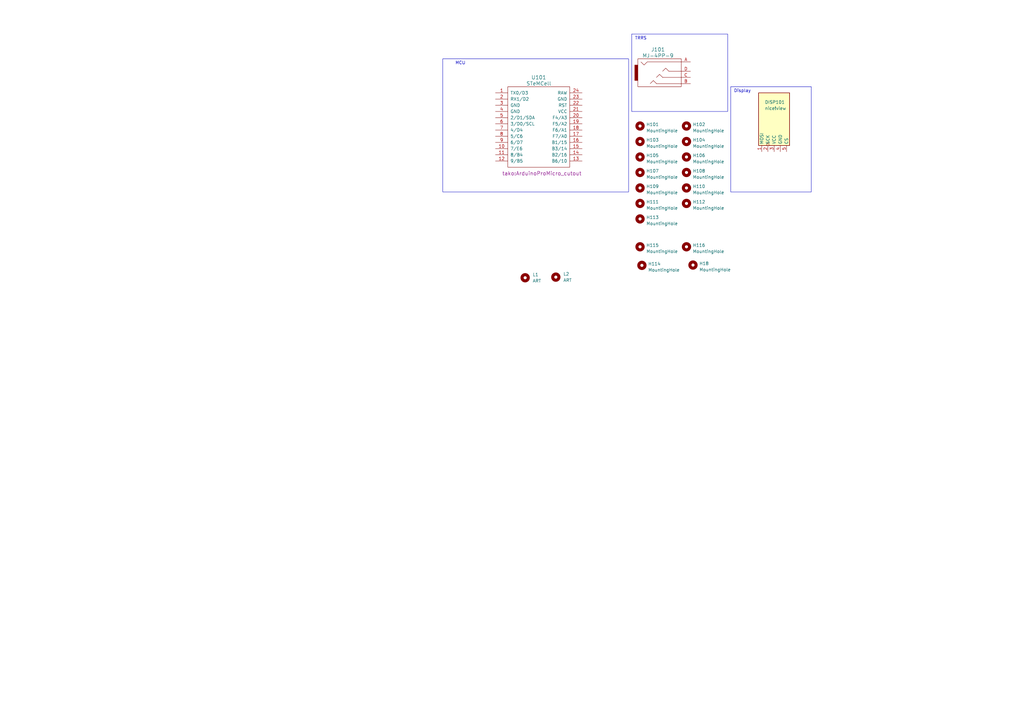
<source format=kicad_sch>
(kicad_sch (version 20230121) (generator eeschema)
  (paper "A3")
  (title_block (title "Tako DIY") (date "2023-05-18"))
  (lib_symbols
    (symbol "Mechanical:MountingHole" (pin_names (offset 1.016))
      (property "Reference" "H" (at 0 5.08 0))
      (property "Value" "MountingHole" (at 0 3.175 0))
      (symbol "MountingHole_0_1"
        (circle (center 0 0) (radius 1.27) (stroke (width 1.27)))
      )
    )
    (symbol "tako:MJ-4PP-9" (pin_names (offset 1.016))
      (property "Reference" "J" (at -8.89 -7.62 0))
      (property "Value" "MJ-4PP-9" (at -3.81 6.35 0))
      (symbol "MJ-4PP-9_0_1"
        (rectangle (start -11.43 2.54) (end -10.16 -3.81) (fill (type outline)))
        (polyline (pts (xy 2.54 0) (xy 7.62 0)))
        (polyline (pts (xy -2.54 -5.08) (xy 7.62 -5.08) (xy 7.62 -5.08)))
        (polyline (pts (xy 0 -2.54) (xy -1.27 -1.27) (xy -2.54 -2.54)))
        (polyline (pts (xy 0 0) (xy 1.27 1.27) (xy 2.54 0)))
        (polyline (pts (xy -2.54 -5.08) (xy -3.81 -3.81) (xy -5.08 -5.08) (xy -5.08 -5.08)))
        (polyline (pts (xy 0 -2.54) (xy 7.62 -2.54) (xy 7.62 -2.54) (xy 7.62 -2.54)))
        (polyline (pts (xy 7.62 3.81) (xy -6.35 3.81) (xy -7.62 2.54) (xy -8.89 3.81) (xy -8.89 3.81)))
        (rectangle (start 7.62 -6.35) (end -10.16 5.08))
      )
      (symbol "MJ-4PP-9_1_1"
        (pin passive line (at 11.43 3.81 180) (length 3.81) (name "~") (number "A"))
        (pin passive line (at 11.43 -5.08 180) (length 3.81) (name "~") (number "B"))
        (pin passive line (at 11.43 -2.54 180) (length 3.81) (name "~") (number "C"))
        (pin passive line (at 11.43 0 180) (length 3.81) (name "~") (number "D"))
      )
    )
    (symbol "tako:ProMicro" (pin_names (offset 1.016))
      (property "Reference" "U" (at 0 19.05 0))
      (property "Value" "ProMicro" (at 0 -19.05 0))
      (symbol "ProMicro_0_1"
        (rectangle (start -12.7 16.51) (end 12.7 -16.51))
      )
      (symbol "ProMicro_1_1"
        (pin bidirectional line (at -17.78 13.97 0) (length 5.08) (name "TX0/D3") (number "1"))
        (pin bidirectional line (at -17.78 -8.89 0) (length 5.08) (name "7/E6") (number "10"))
        (pin bidirectional line (at -17.78 -11.43 0) (length 5.08) (name "8/B4") (number "11"))
        (pin bidirectional line (at -17.78 -13.97 0) (length 5.08) (name "9/B5") (number "12"))
        (pin bidirectional line (at 17.78 -13.97 180) (length 5.08) (name "B6/10") (number "13"))
        (pin bidirectional line (at 17.78 -11.43 180) (length 5.08) (name "B2/16") (number "14"))
        (pin bidirectional line (at 17.78 -8.89 180) (length 5.08) (name "B3/14") (number "15"))
        (pin bidirectional line (at 17.78 -6.35 180) (length 5.08) (name "B1/15") (number "16"))
        (pin bidirectional line (at 17.78 -3.81 180) (length 5.08) (name "F7/A0") (number "17"))
        (pin bidirectional line (at 17.78 -1.27 180) (length 5.08) (name "F6/A1") (number "18"))
        (pin bidirectional line (at 17.78 1.27 180) (length 5.08) (name "F5/A2") (number "19"))
        (pin bidirectional line (at -17.78 11.43 0) (length 5.08) (name "RX1/D2") (number "2"))
        (pin bidirectional line (at 17.78 3.81 180) (length 5.08) (name "F4/A3") (number "20"))
        (pin power_in line (at 17.78 6.35 180) (length 5.08) (name "VCC") (number "21"))
        (pin input line (at 17.78 8.89 180) (length 5.08) (name "RST") (number "22"))
        (pin power_in line (at 17.78 11.43 180) (length 5.08) (name "GND") (number "23"))
        (pin power_out line (at 17.78 13.97 180) (length 5.08) (name "RAW") (number "24"))
        (pin power_in line (at -17.78 8.89 0) (length 5.08) (name "GND") (number "3"))
        (pin power_in line (at -17.78 6.35 0) (length 5.08) (name "GND") (number "4"))
        (pin bidirectional line (at -17.78 3.81 0) (length 5.08) (name "2/D1/SDA") (number "5"))
        (pin bidirectional line (at -17.78 1.27 0) (length 5.08) (name "3/D0/SCL") (number "6"))
        (pin bidirectional line (at -17.78 -1.27 0) (length 5.08) (name "4/D4") (number "7"))
        (pin bidirectional line (at -17.78 -3.81 0) (length 5.08) (name "5/C6") (number "8"))
        (pin bidirectional line (at -17.78 -6.35 0) (length 5.08) (name "6/D7") (number "9"))
      )
    )
    (symbol "tako:nice!view"
      (property "Reference" "Display101" (at -3.81 1.2669 0))
      (property "Value" "nice!view" (at -3.81 -1.27 0))
      (symbol "nice!view_0_1"
        (rectangle (start -6.35 11.43) (end 6.35 -10.16) (stroke (width 0.254)) (fill (type background)))
      )
      (symbol "nice!view_1_1"
        (pin input line (at -5.08 -12.7 90) (length 2.54) (name "MOSI") (number "1"))
        (pin input clock (at -2.54 -12.7 90) (length 2.54) (name "SCK") (number "2"))
        (pin power_in line (at 0 -12.7 90) (length 2.54) (name "VCC") (number "3"))
        (pin power_in line (at 2.54 -12.7 90) (length 2.54) (name "GND") (number "4"))
        (pin passive line (at 5.08 -12.7 90) (length 2.54) (name "CS") (number "5"))
      )
    )
  )
  (rectangle (start 299.72 35.56) (end 332.74 78.74))
  (rectangle (start 259.08 13.97) (end 298.45 45.72))
  (rectangle (start 181.61 24.13) (end 257.81 78.74))
  (text "Display" (at 300.99 38.1 0) (effects (font (size 1.27 1.27)) (justify left bottom)))
  (text "TRRS" (at 260.35 16.51 0) (effects (font (size 1.27 1.27)) (justify left bottom)))
  (text "MCU" (at 186.69 26.67 0) (effects (font (size 1.27 1.27)) (justify left bottom)))
  (symbol (lib_id "Mechanical:MountingHole") (at 281.559 101.219 0) (unit 1)
    (property "Reference" "H116" (at 284.099 100.584 0) (effects (justify left)))
    (property "Value" "MountingHole" (at 284.099 103.124 0) (effects (justify left)))
    (property "Footprint" "tako:M2_hole_3.5mm" (effects hide))
  )
  (symbol (lib_id "Mechanical:MountingHole") (at 281.559 64.389 0) (unit 1)
    (property "Reference" "H106" (at 284.099 63.754 0) (effects (justify left)))
    (property "Value" "MountingHole" (at 284.099 66.294 0) (effects (justify left)))
    (property "Footprint" "tako:M2_hole_4.2mm" (effects hide))
  )
  (symbol (lib_id "Mechanical:MountingHole") (at 262.509 70.739 0) (unit 1)
    (property "Reference" "H107" (at 265.049 70.104 0) (effects (justify left)))
    (property "Value" "MountingHole" (at 265.049 72.644 0) (effects (justify left)))
    (property "Footprint" "tako:M2_hole_4.2mm" (effects hide))
  )
  (symbol (lib_id "Mechanical:MountingHole") (at 281.559 58.039 0) (unit 1)
    (property "Reference" "H104" (at 284.099 57.404 0) (effects (justify left)))
    (property "Value" "MountingHole" (at 284.099 59.944 0) (effects (justify left)))
    (property "Footprint" "tako:M2_hole_4.2mm" (effects hide))
  )
  (symbol (lib_id "Mechanical:MountingHole") (at 281.559 70.739 0) (unit 1)
    (property "Reference" "H108" (at 284.099 70.104 0) (effects (justify left)))
    (property "Value" "MountingHole" (at 284.099 72.644 0) (effects (justify left)))
    (property "Footprint" "tako:M2_hole_4.2mm" (effects hide))
  )
  (symbol (lib_id "Mechanical:MountingHole") (at 281.559 77.089 0) (unit 1)
    (property "Reference" "H110" (at 284.099 76.454 0) (effects (justify left)))
    (property "Value" "MountingHole" (at 284.099 78.994 0) (effects (justify left)))
    (property "Footprint" "tako:M2_hole_4.2mm" (effects hide))
  )
  (symbol (lib_id "tako:ProMicro") (at 220.98 52.07 0) (unit 1)
    (property "Reference" "U101" (at 220.98 31.75 0) (effects (font (size 1.524 1.524))))
    (property "Value" "STeMCell" (at 220.98 34.29 0) (effects (font (size 1.524 1.524))))
    (property "Footprint" "tako:ArduinoProMicro_cutout" (at 222.25 71.12 0) (effects (font (size 1.524 1.524))))
  )
  (symbol (lib_id "Mechanical:MountingHole") (at 281.559 51.689 0) (unit 1)
    (property "Reference" "H102" (at 284.099 51.054 0) (effects (justify left)))
    (property "Value" "MountingHole" (at 284.099 53.594 0) (effects (justify left)))
    (property "Footprint" "tako:M2_hole_4.2mm" (effects hide))
  )
  (symbol (lib_id "Mechanical:MountingHole") (at 262.509 101.219 0) (unit 1)
    (property "Reference" "H115" (at 265.049 100.584 0) (effects (justify left)))
    (property "Value" "MountingHole" (at 265.049 103.124 0) (effects (justify left)))
    (property "Footprint" "tako:M2_hole_3.5mm" (effects hide))
  )
  (symbol (lib_id "tako:nice!view") (at 317.5 49.53 0) (unit 1)
    (property "Reference" "DISP101" (at 313.69 41.91 0) (effects (justify left)))
    (property "Value" "nice!view" (at 313.69 44.45 0) (effects (justify left)))
    (property "Footprint" "tako:nice_view_cutout" (effects hide))
    (property "Datasheet" "https://nicekeyboards.com/docs/nice-view/pinout-schematic" (effects hide))
  )
  (symbol (lib_id "Mechanical:MountingHole") (at 262.509 77.089 0) (unit 1)
    (property "Reference" "H109" (at 265.049 76.454 0) (effects (justify left)))
    (property "Value" "MountingHole" (at 265.049 78.994 0) (effects (justify left)))
    (property "Footprint" "tako:M2_hole_4.2mm" (effects hide))
  )
  (symbol (lib_id "Mechanical:MountingHole") (at 263.271 108.839 0) (unit 1)
    (property "Reference" "H114" (at 265.811 108.204 0) (effects (justify left)))
    (property "Value" "MountingHole" (at 265.811 110.744 0) (effects (justify left)))
    (property "Footprint" "tako:M2_hole_4.2mm" (effects hide))
  )
  (symbol (lib_id "tako:MJ-4PP-9") (at 271.78 29.21 0) (unit 1)
    (property "Reference" "J101" (at 269.875 20.32 0) (effects (font (size 1.524 1.524))))
    (property "Value" "MJ-4PP-9" (at 269.875 22.86 0) (effects (font (size 1.524 1.524))))
    (property "Footprint" "tako:TRRS-PJ-320A_cutout" (effects hide))
  )
  (symbol (lib_id "Mechanical:MountingHole") (at 262.509 58.039 0) (unit 1)
    (property "Reference" "H103" (at 265.049 57.404 0) (effects (justify left)))
    (property "Value" "MountingHole" (at 265.049 59.944 0) (effects (justify left)))
    (property "Footprint" "tako:M2_hole_4.2mm" (effects hide))
  )
  (symbol (lib_id "Mechanical:MountingHole") (at 281.559 83.439 0) (unit 1)
    (property "Reference" "H112" (at 284.099 82.804 0) (effects (justify left)))
    (property "Value" "MountingHole" (at 284.099 85.344 0) (effects (justify left)))
    (property "Footprint" "tako:M2_hole_4.2mm" (effects hide))
  )
  (symbol (lib_id "Mechanical:MountingHole") (at 262.509 89.789 0) (unit 1)
    (property "Reference" "H113" (at 265.049 89.154 0) (effects (justify left)))
    (property "Value" "MountingHole" (at 265.049 91.694 0) (effects (justify left)))
    (property "Footprint" "tako:M2_hole_4.2mm" (effects hide))
  )
  (symbol (lib_id "Mechanical:MountingHole") (at 262.509 51.689 0) (unit 1)
    (property "Reference" "H101" (at 265.049 51.054 0) (effects (justify left)))
    (property "Value" "MountingHole" (at 265.049 53.594 0) (effects (justify left)))
    (property "Footprint" "tako:M2_hole_4.2mm" (effects hide))
  )
  (symbol (lib_id "Mechanical:MountingHole") (at 215.392 113.919 0) (unit 1)
    (property "Reference" "L1" (at 218.44 112.649 0) (effects (justify left)))
    (property "Value" "ART" (at 218.44 115.189 0) (effects (justify left)))
    (property "Footprint" "personal-logo:peacock-large" (effects hide))
  )
  (symbol (lib_id "Mechanical:MountingHole") (at 227.965 113.665 0) (unit 1)
    (property "Reference" "L2" (at 231.013 112.395 0) (effects (justify left)))
    (property "Value" "ART" (at 231.013 114.935 0) (effects (justify left)))
    (property "Footprint" "personal-logo:peacock-large" (effects hide))
  )
  (symbol (lib_id "Mechanical:MountingHole") (at 262.509 83.439 0) (unit 1)
    (property "Reference" "H111" (at 265.049 82.804 0) (effects (justify left)))
    (property "Value" "MountingHole" (at 265.049 85.344 0) (effects (justify left)))
    (property "Footprint" "tako:M2_hole_4.2mm" (effects hide))
  )
  (symbol (lib_id "Mechanical:MountingHole") (at 284.226 108.712 0) (unit 1)
    (property "Reference" "H18" (at 286.766 108.077 0) (effects (justify left)))
    (property "Value" "MountingHole" (at 286.766 110.617 0) (effects (justify left)))
    (property "Footprint" "tako:M2_hole_4.2mm" (effects hide))
  )
  (symbol (lib_id "Mechanical:MountingHole") (at 262.509 64.389 0) (unit 1)
    (property "Reference" "H105" (at 265.049 63.754 0) (effects (justify left)))
    (property "Value" "MountingHole" (at 265.049 66.294 0) (effects (justify left)))
    (property "Footprint" "tako:M2_hole_4.2mm" (effects hide))
  )
)
</source>
